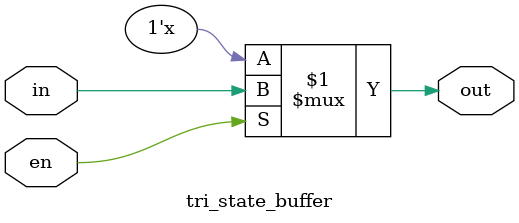
<source format=v>
module tri_state_buffer(
    input wire in,
    input wire en,
    output wire out
);

assign out = en ? in : 1'bz;

endmodule

</source>
